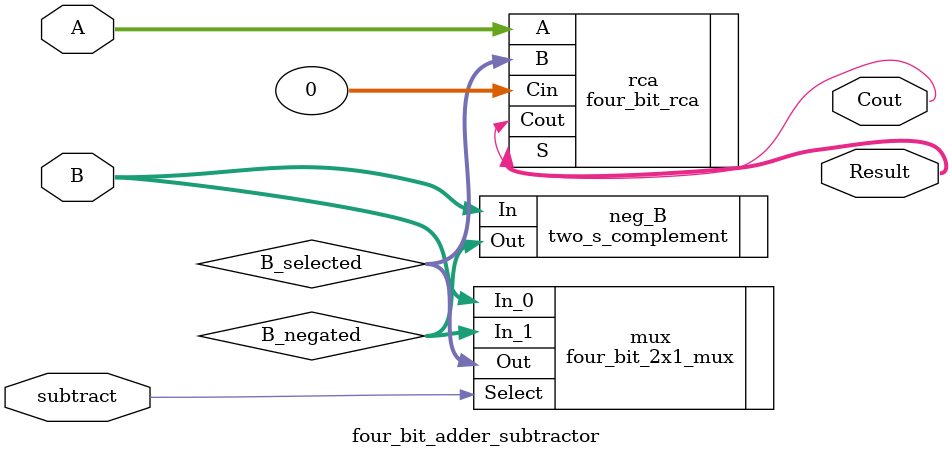
<source format=v>
module four_bit_adder_subtractor(A, B, subtract, Result, Cout);
    input [3:0] A;
    input [3:0] B;
    input subtract;
    output [3:0] Result;
    output Cout;

    wire [3:0] B_negated, B_selected;

    two_s_complement neg_B (.In(B), .Out(B_negated));
    four_bit_2x1_mux mux (.In_1(B_negated), .In_0(B), .Select(subtract), .Out(B_selected));
    four_bit_rca rca (.A(A), .B(B_selected), .Cin(0), .S(Result), .Cout(Cout));
endmodule

</source>
